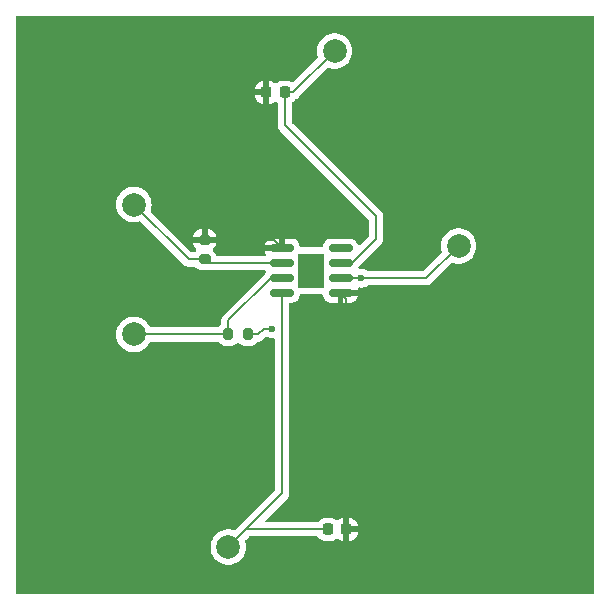
<source format=gbr>
%TF.GenerationSoftware,KiCad,Pcbnew,8.0.4*%
%TF.CreationDate,2024-08-13T18:30:55-04:00*%
%TF.ProjectId,op amp circuit,6f702061-6d70-4206-9369-72637569742e,rev?*%
%TF.SameCoordinates,Original*%
%TF.FileFunction,Copper,L1,Top*%
%TF.FilePolarity,Positive*%
%FSLAX46Y46*%
G04 Gerber Fmt 4.6, Leading zero omitted, Abs format (unit mm)*
G04 Created by KiCad (PCBNEW 8.0.4) date 2024-08-13 18:30:55*
%MOMM*%
%LPD*%
G01*
G04 APERTURE LIST*
G04 Aperture macros list*
%AMRoundRect*
0 Rectangle with rounded corners*
0 $1 Rounding radius*
0 $2 $3 $4 $5 $6 $7 $8 $9 X,Y pos of 4 corners*
0 Add a 4 corners polygon primitive as box body*
4,1,4,$2,$3,$4,$5,$6,$7,$8,$9,$2,$3,0*
0 Add four circle primitives for the rounded corners*
1,1,$1+$1,$2,$3*
1,1,$1+$1,$4,$5*
1,1,$1+$1,$6,$7*
1,1,$1+$1,$8,$9*
0 Add four rect primitives between the rounded corners*
20,1,$1+$1,$2,$3,$4,$5,0*
20,1,$1+$1,$4,$5,$6,$7,0*
20,1,$1+$1,$6,$7,$8,$9,0*
20,1,$1+$1,$8,$9,$2,$3,0*%
G04 Aperture macros list end*
%TA.AperFunction,SMDPad,CuDef*%
%ADD10RoundRect,0.200000X0.275000X-0.200000X0.275000X0.200000X-0.275000X0.200000X-0.275000X-0.200000X0*%
%TD*%
%TA.AperFunction,ComponentPad*%
%ADD11C,2.000000*%
%TD*%
%TA.AperFunction,SMDPad,CuDef*%
%ADD12RoundRect,0.225000X-0.225000X-0.250000X0.225000X-0.250000X0.225000X0.250000X-0.225000X0.250000X0*%
%TD*%
%TA.AperFunction,SMDPad,CuDef*%
%ADD13RoundRect,0.150000X-0.825000X-0.150000X0.825000X-0.150000X0.825000X0.150000X-0.825000X0.150000X0*%
%TD*%
%TA.AperFunction,HeatsinkPad*%
%ADD14R,2.290000X3.000000*%
%TD*%
%TA.AperFunction,SMDPad,CuDef*%
%ADD15RoundRect,0.200000X-0.200000X-0.275000X0.200000X-0.275000X0.200000X0.275000X-0.200000X0.275000X0*%
%TD*%
%TA.AperFunction,SMDPad,CuDef*%
%ADD16RoundRect,0.225000X0.225000X0.250000X-0.225000X0.250000X-0.225000X-0.250000X0.225000X-0.250000X0*%
%TD*%
%TA.AperFunction,ViaPad*%
%ADD17C,0.600000*%
%TD*%
%TA.AperFunction,Conductor*%
%ADD18C,0.200000*%
%TD*%
G04 APERTURE END LIST*
D10*
%TO.P,R1,1*%
%TO.N,Net-(U1--)*%
X116500000Y-121150000D03*
%TO.P,R1,2*%
%TO.N,GNDPWR*%
X116500000Y-119500000D03*
%TD*%
D11*
%TO.P,TP1,1,1*%
%TO.N,Net-(U1-V+)*%
X127500000Y-103500000D03*
%TD*%
D12*
%TO.P,C2,1*%
%TO.N,Net-(U1-V-)*%
X126950000Y-144000000D03*
%TO.P,C2,2*%
%TO.N,GNDPWR*%
X128500000Y-144000000D03*
%TD*%
D13*
%TO.P,U1,1,NULL*%
%TO.N,GNDPWR*%
X123050000Y-120190000D03*
%TO.P,U1,2,-*%
%TO.N,Net-(U1--)*%
X123050000Y-121460000D03*
%TO.P,U1,3,+*%
%TO.N,Net-(U1-+)*%
X123050000Y-122730000D03*
%TO.P,U1,4,V-*%
%TO.N,Net-(U1-V-)*%
X123050000Y-124000000D03*
%TO.P,U1,5,NULL*%
%TO.N,GNDPWR*%
X128000000Y-124000000D03*
%TO.P,U1,6*%
%TO.N,Net-(R2-Pad2)*%
X128000000Y-122730000D03*
%TO.P,U1,7,V+*%
%TO.N,Net-(U1-V+)*%
X128000000Y-121460000D03*
%TO.P,U1,8,NC*%
%TO.N,unconnected-(U1-NC-Pad8)*%
X128000000Y-120190000D03*
D14*
%TO.P,U1,9*%
%TO.N,N/C*%
X125525000Y-122095000D03*
%TD*%
D11*
%TO.P,TP5,1,1*%
%TO.N,Net-(R2-Pad2)*%
X138000000Y-120000000D03*
%TD*%
D15*
%TO.P,R2,1*%
%TO.N,Net-(U1-+)*%
X118500000Y-127500000D03*
%TO.P,R2,2*%
%TO.N,Net-(R2-Pad2)*%
X120150000Y-127500000D03*
%TD*%
D11*
%TO.P,TP2,1,1*%
%TO.N,Net-(U1-V-)*%
X118500000Y-145500000D03*
%TD*%
%TO.P,TP4,1,1*%
%TO.N,Net-(U1--)*%
X110500000Y-116500000D03*
%TD*%
D16*
%TO.P,C1,1*%
%TO.N,Net-(U1-V+)*%
X123275000Y-107000000D03*
%TO.P,C1,2*%
%TO.N,GNDPWR*%
X121725000Y-107000000D03*
%TD*%
D11*
%TO.P,TP3,1,1*%
%TO.N,Net-(U1-+)*%
X110500000Y-127500000D03*
%TD*%
D17*
%TO.N,GNDPWR*%
X128500000Y-118000000D03*
X128500000Y-126500000D03*
%TO.N,Net-(R2-Pad2)*%
X129770000Y-122730000D03*
X122200003Y-127000000D03*
%TD*%
D18*
%TO.N,GNDPWR*%
X128500000Y-124500000D02*
X128000000Y-124000000D01*
X121725000Y-118865000D02*
X122430000Y-119570000D01*
X128000000Y-117500000D02*
X128500000Y-118000000D01*
X128500000Y-144000000D02*
X128500000Y-124500000D01*
X116500000Y-119500000D02*
X122360000Y-119500000D01*
X122430000Y-119570000D02*
X123050000Y-120190000D01*
X122360000Y-119500000D02*
X122430000Y-119570000D01*
X121725000Y-117500000D02*
X128000000Y-117500000D01*
X121725000Y-107000000D02*
X121725000Y-117500000D01*
X121725000Y-117500000D02*
X121725000Y-118865000D01*
%TO.N,Net-(U1--)*%
X116000000Y-121150000D02*
X116500000Y-121150000D01*
X116000000Y-121150000D02*
X116310000Y-121460000D01*
X116310000Y-121460000D02*
X123050000Y-121460000D01*
X110500000Y-116500000D02*
X115150000Y-121150000D01*
X115150000Y-121150000D02*
X116000000Y-121150000D01*
%TO.N,Net-(R2-Pad2)*%
X131500000Y-122730000D02*
X135270000Y-122730000D01*
X135270000Y-122730000D02*
X138000000Y-120000000D01*
X121000000Y-127500000D02*
X121500000Y-127000000D01*
X121500000Y-127000000D02*
X122200003Y-127000000D01*
X128000000Y-122730000D02*
X131500000Y-122730000D01*
X120150000Y-127500000D02*
X121000000Y-127500000D01*
%TO.N,Net-(U1-+)*%
X118500000Y-126305001D02*
X122075001Y-122730000D01*
X118500000Y-127500000D02*
X118500000Y-126305001D01*
X122075001Y-122730000D02*
X123050000Y-122730000D01*
X118500000Y-127500000D02*
X110500000Y-127500000D01*
%TO.N,Net-(U1-V+)*%
X123275000Y-107000000D02*
X123275000Y-109775000D01*
X123275000Y-107000000D02*
X124000000Y-107000000D01*
X131000000Y-117500000D02*
X131000000Y-119434999D01*
X128974999Y-121460000D02*
X128000000Y-121460000D01*
X131000000Y-119434999D02*
X128974999Y-121460000D01*
X123275000Y-109775000D02*
X131000000Y-117500000D01*
X124000000Y-107000000D02*
X127500000Y-103500000D01*
%TO.N,Net-(U1-V-)*%
X123050000Y-124000000D02*
X123050000Y-140950000D01*
X123050000Y-140950000D02*
X118500000Y-145500000D01*
X126950000Y-144000000D02*
X120000000Y-144000000D01*
X120000000Y-144000000D02*
X118500000Y-145500000D01*
%TD*%
%TA.AperFunction,Conductor*%
%TO.N,GNDPWR*%
G36*
X149442539Y-100520185D02*
G01*
X149488294Y-100572989D01*
X149499500Y-100624500D01*
X149499500Y-149375500D01*
X149479815Y-149442539D01*
X149427011Y-149488294D01*
X149375500Y-149499500D01*
X100624500Y-149499500D01*
X100557461Y-149479815D01*
X100511706Y-149427011D01*
X100500500Y-149375500D01*
X100500500Y-116499994D01*
X108994357Y-116499994D01*
X108994357Y-116500005D01*
X109014890Y-116747812D01*
X109014892Y-116747824D01*
X109075936Y-116988881D01*
X109175826Y-117216606D01*
X109311833Y-117424782D01*
X109311836Y-117424785D01*
X109480256Y-117607738D01*
X109676491Y-117760474D01*
X109895190Y-117878828D01*
X110130386Y-117959571D01*
X110375665Y-118000500D01*
X110624335Y-118000500D01*
X110869608Y-117959572D01*
X110869607Y-117959572D01*
X110869614Y-117959571D01*
X110975607Y-117923182D01*
X111045402Y-117920033D01*
X111103548Y-117952783D01*
X114665139Y-121514374D01*
X114665149Y-121514385D01*
X114669479Y-121518715D01*
X114669480Y-121518716D01*
X114781284Y-121630520D01*
X114868095Y-121680639D01*
X114868097Y-121680641D01*
X114906151Y-121702611D01*
X114918215Y-121709577D01*
X115070943Y-121750500D01*
X115583480Y-121750500D01*
X115650519Y-121770185D01*
X115671161Y-121786819D01*
X115789811Y-121905469D01*
X115789813Y-121905470D01*
X115789815Y-121905472D01*
X115935394Y-121993478D01*
X116097804Y-122044086D01*
X116168384Y-122050500D01*
X116177297Y-122050500D01*
X116209388Y-122054724D01*
X116230942Y-122060500D01*
X116230943Y-122060500D01*
X121559093Y-122060500D01*
X121626132Y-122080185D01*
X121671887Y-122132989D01*
X121681831Y-122202147D01*
X121665825Y-122247621D01*
X121623253Y-122319605D01*
X121622798Y-122320658D01*
X121621511Y-122322551D01*
X121619285Y-122326316D01*
X121619048Y-122326176D01*
X121596702Y-122359062D01*
X121594501Y-122361264D01*
X121594481Y-122361284D01*
X118019481Y-125936283D01*
X118019480Y-125936285D01*
X117982983Y-125999500D01*
X117940423Y-126073216D01*
X117899499Y-126225944D01*
X117899499Y-126225946D01*
X117899499Y-126394047D01*
X117899500Y-126394060D01*
X117899500Y-126583480D01*
X117879815Y-126650519D01*
X117863181Y-126671161D01*
X117744531Y-126789810D01*
X117744530Y-126789811D01*
X117714402Y-126839650D01*
X117662874Y-126886838D01*
X117608285Y-126899500D01*
X111956116Y-126899500D01*
X111889077Y-126879815D01*
X111843322Y-126827011D01*
X111842560Y-126825311D01*
X111824172Y-126783391D01*
X111688166Y-126575217D01*
X111647381Y-126530913D01*
X111519744Y-126392262D01*
X111323509Y-126239526D01*
X111323507Y-126239525D01*
X111323506Y-126239524D01*
X111104811Y-126121172D01*
X111104802Y-126121169D01*
X110869616Y-126040429D01*
X110624335Y-125999500D01*
X110375665Y-125999500D01*
X110130383Y-126040429D01*
X109895197Y-126121169D01*
X109895188Y-126121172D01*
X109676493Y-126239524D01*
X109480257Y-126392261D01*
X109311833Y-126575217D01*
X109175826Y-126783393D01*
X109075936Y-127011118D01*
X109014892Y-127252175D01*
X109014890Y-127252187D01*
X108994357Y-127499994D01*
X108994357Y-127500005D01*
X109014890Y-127747812D01*
X109014892Y-127747824D01*
X109075936Y-127988881D01*
X109175825Y-128216604D01*
X109311833Y-128424782D01*
X109311836Y-128424785D01*
X109480256Y-128607738D01*
X109676491Y-128760474D01*
X109895190Y-128878828D01*
X110130386Y-128959571D01*
X110375665Y-129000500D01*
X110624335Y-129000500D01*
X110869614Y-128959571D01*
X111104810Y-128878828D01*
X111323509Y-128760474D01*
X111519744Y-128607738D01*
X111688164Y-128424785D01*
X111824173Y-128216607D01*
X111842560Y-128174689D01*
X111887517Y-128121204D01*
X111954253Y-128100514D01*
X111956116Y-128100500D01*
X117608285Y-128100500D01*
X117675324Y-128120185D01*
X117714402Y-128160350D01*
X117744530Y-128210188D01*
X117864811Y-128330469D01*
X117864813Y-128330470D01*
X117864815Y-128330472D01*
X118010394Y-128418478D01*
X118172804Y-128469086D01*
X118243384Y-128475500D01*
X118243387Y-128475500D01*
X118756613Y-128475500D01*
X118756616Y-128475500D01*
X118827196Y-128469086D01*
X118989606Y-128418478D01*
X119135185Y-128330472D01*
X119135189Y-128330468D01*
X119237319Y-128228339D01*
X119298642Y-128194854D01*
X119368334Y-128199838D01*
X119412681Y-128228339D01*
X119514811Y-128330469D01*
X119514813Y-128330470D01*
X119514815Y-128330472D01*
X119660394Y-128418478D01*
X119822804Y-128469086D01*
X119893384Y-128475500D01*
X119893387Y-128475500D01*
X120406613Y-128475500D01*
X120406616Y-128475500D01*
X120477196Y-128469086D01*
X120639606Y-128418478D01*
X120785185Y-128330472D01*
X120905472Y-128210185D01*
X120935599Y-128160350D01*
X120987127Y-128113163D01*
X121041715Y-128100501D01*
X121079054Y-128100501D01*
X121079057Y-128100501D01*
X121231785Y-128059577D01*
X121281904Y-128030639D01*
X121368716Y-127980520D01*
X121480520Y-127868716D01*
X121480521Y-127868714D01*
X121641132Y-127708102D01*
X121702453Y-127674619D01*
X121772145Y-127679603D01*
X121794784Y-127690792D01*
X121850478Y-127725788D01*
X122020748Y-127785368D01*
X122020753Y-127785369D01*
X122199999Y-127805565D01*
X122200003Y-127805565D01*
X122200005Y-127805565D01*
X122243559Y-127800657D01*
X122311617Y-127792989D01*
X122380438Y-127805043D01*
X122431817Y-127852392D01*
X122449500Y-127916209D01*
X122449500Y-140649902D01*
X122429815Y-140716941D01*
X122413181Y-140737583D01*
X119519478Y-143631286D01*
X119103548Y-144047215D01*
X119042225Y-144080700D01*
X118975604Y-144076815D01*
X118869616Y-144040429D01*
X118624335Y-143999500D01*
X118375665Y-143999500D01*
X118130383Y-144040429D01*
X117895197Y-144121169D01*
X117895188Y-144121172D01*
X117676493Y-144239524D01*
X117480257Y-144392261D01*
X117311833Y-144575217D01*
X117175826Y-144783393D01*
X117075936Y-145011118D01*
X117014892Y-145252175D01*
X117014890Y-145252187D01*
X116994357Y-145499994D01*
X116994357Y-145500005D01*
X117014890Y-145747812D01*
X117014892Y-145747824D01*
X117075936Y-145988881D01*
X117175826Y-146216606D01*
X117311833Y-146424782D01*
X117311836Y-146424785D01*
X117480256Y-146607738D01*
X117676491Y-146760474D01*
X117895190Y-146878828D01*
X118130386Y-146959571D01*
X118375665Y-147000500D01*
X118624335Y-147000500D01*
X118869614Y-146959571D01*
X119104810Y-146878828D01*
X119323509Y-146760474D01*
X119519744Y-146607738D01*
X119688164Y-146424785D01*
X119824173Y-146216607D01*
X119924063Y-145988881D01*
X119985108Y-145747821D01*
X120005643Y-145500000D01*
X119985108Y-145252179D01*
X119924063Y-145011119D01*
X119924062Y-145011118D01*
X119923992Y-145010839D01*
X119926616Y-144941018D01*
X119956512Y-144892721D01*
X120212417Y-144636816D01*
X120273739Y-144603334D01*
X120300097Y-144600500D01*
X126019575Y-144600500D01*
X126086614Y-144620185D01*
X126125113Y-144659402D01*
X126152031Y-144703043D01*
X126271955Y-144822967D01*
X126271959Y-144822970D01*
X126416294Y-144911998D01*
X126416297Y-144911999D01*
X126416303Y-144912003D01*
X126577292Y-144965349D01*
X126676655Y-144975500D01*
X127223344Y-144975499D01*
X127223352Y-144975498D01*
X127223355Y-144975498D01*
X127277760Y-144969940D01*
X127322708Y-144965349D01*
X127483697Y-144912003D01*
X127628044Y-144822968D01*
X127637668Y-144813343D01*
X127698987Y-144779856D01*
X127768679Y-144784835D01*
X127813034Y-144813339D01*
X127822267Y-144822572D01*
X127822271Y-144822575D01*
X127966507Y-144911542D01*
X127966518Y-144911547D01*
X128127393Y-144964855D01*
X128226683Y-144974999D01*
X128750000Y-144974999D01*
X128773308Y-144974999D01*
X128773322Y-144974998D01*
X128872607Y-144964855D01*
X129033481Y-144911547D01*
X129033492Y-144911542D01*
X129177728Y-144822575D01*
X129177732Y-144822572D01*
X129297572Y-144702732D01*
X129297575Y-144702728D01*
X129386542Y-144558492D01*
X129386547Y-144558481D01*
X129439855Y-144397606D01*
X129449999Y-144298322D01*
X129450000Y-144298309D01*
X129450000Y-144250000D01*
X128750000Y-144250000D01*
X128750000Y-144974999D01*
X128226683Y-144974999D01*
X128250000Y-144974998D01*
X128250000Y-143750000D01*
X128750000Y-143750000D01*
X129449999Y-143750000D01*
X129449999Y-143701692D01*
X129449998Y-143701677D01*
X129439855Y-143602392D01*
X129386547Y-143441518D01*
X129386542Y-143441507D01*
X129297575Y-143297271D01*
X129297572Y-143297267D01*
X129177732Y-143177427D01*
X129177728Y-143177424D01*
X129033492Y-143088457D01*
X129033481Y-143088452D01*
X128872606Y-143035144D01*
X128773322Y-143025000D01*
X128750000Y-143025000D01*
X128750000Y-143750000D01*
X128250000Y-143750000D01*
X128250000Y-143024999D01*
X128226693Y-143025000D01*
X128226674Y-143025001D01*
X128127392Y-143035144D01*
X127966518Y-143088452D01*
X127966507Y-143088457D01*
X127822271Y-143177424D01*
X127822265Y-143177428D01*
X127813031Y-143186663D01*
X127751707Y-143220146D01*
X127682015Y-143215159D01*
X127637672Y-143186660D01*
X127628044Y-143177032D01*
X127628040Y-143177029D01*
X127483705Y-143088001D01*
X127483699Y-143087998D01*
X127483697Y-143087997D01*
X127483694Y-143087996D01*
X127322709Y-143034651D01*
X127223346Y-143024500D01*
X126676662Y-143024500D01*
X126676644Y-143024501D01*
X126577292Y-143034650D01*
X126577289Y-143034651D01*
X126416305Y-143087996D01*
X126416294Y-143088001D01*
X126271959Y-143177029D01*
X126271955Y-143177032D01*
X126152031Y-143296956D01*
X126125113Y-143340598D01*
X126073165Y-143387322D01*
X126019575Y-143399500D01*
X121749098Y-143399500D01*
X121682059Y-143379815D01*
X121636304Y-143327011D01*
X121626360Y-143257853D01*
X121655385Y-143194297D01*
X121661417Y-143187819D01*
X121824736Y-143024500D01*
X123530520Y-141318716D01*
X123609577Y-141181784D01*
X123650501Y-141029057D01*
X123650501Y-140870942D01*
X123650501Y-140863347D01*
X123650500Y-140863329D01*
X123650500Y-124924500D01*
X123670185Y-124857461D01*
X123722989Y-124811706D01*
X123774500Y-124800500D01*
X123940686Y-124800500D01*
X123940694Y-124800500D01*
X123977569Y-124797598D01*
X123977571Y-124797597D01*
X123977573Y-124797597D01*
X124019191Y-124785505D01*
X124135398Y-124751744D01*
X124276865Y-124668081D01*
X124393081Y-124551865D01*
X124476744Y-124410398D01*
X124522598Y-124252569D01*
X124525500Y-124215694D01*
X124525500Y-124215672D01*
X124525541Y-124214643D01*
X124525595Y-124214481D01*
X124525691Y-124213267D01*
X124525996Y-124213291D01*
X124547836Y-124148426D01*
X124602391Y-124104774D01*
X124649446Y-124095499D01*
X126401056Y-124095499D01*
X126468095Y-124115184D01*
X126513850Y-124167988D01*
X126524624Y-124213229D01*
X126524809Y-124213215D01*
X126524901Y-124214393D01*
X126524961Y-124214642D01*
X126525000Y-124215647D01*
X126527899Y-124252489D01*
X126527900Y-124252495D01*
X126573716Y-124410193D01*
X126573717Y-124410196D01*
X126657314Y-124551552D01*
X126657321Y-124551561D01*
X126773438Y-124667678D01*
X126773447Y-124667685D01*
X126914803Y-124751282D01*
X126914806Y-124751283D01*
X127072504Y-124797099D01*
X127072510Y-124797100D01*
X127109350Y-124799999D01*
X127109366Y-124800000D01*
X127750000Y-124800000D01*
X128250000Y-124800000D01*
X128890634Y-124800000D01*
X128890649Y-124799999D01*
X128927489Y-124797100D01*
X128927495Y-124797099D01*
X129085193Y-124751283D01*
X129085196Y-124751282D01*
X129226552Y-124667685D01*
X129226561Y-124667678D01*
X129342678Y-124551561D01*
X129342685Y-124551552D01*
X129426281Y-124410198D01*
X129472100Y-124252486D01*
X129472295Y-124250001D01*
X129472295Y-124250000D01*
X128250000Y-124250000D01*
X128250000Y-124800000D01*
X127750000Y-124800000D01*
X127750000Y-123874000D01*
X127769685Y-123806961D01*
X127822489Y-123761206D01*
X127874000Y-123750000D01*
X129472295Y-123750000D01*
X129472295Y-123749998D01*
X129472100Y-123747511D01*
X129472099Y-123747505D01*
X129450238Y-123672260D01*
X129450437Y-123602391D01*
X129488379Y-123543721D01*
X129552017Y-123514877D01*
X129583640Y-123516229D01*
X129583825Y-123514589D01*
X129769996Y-123535565D01*
X129770000Y-123535565D01*
X129770004Y-123535565D01*
X129949249Y-123515369D01*
X129949252Y-123515368D01*
X129949255Y-123515368D01*
X130119522Y-123455789D01*
X130272262Y-123359816D01*
X130272267Y-123359810D01*
X130275097Y-123357555D01*
X130277275Y-123356665D01*
X130278158Y-123356111D01*
X130278255Y-123356265D01*
X130339783Y-123331145D01*
X130352412Y-123330500D01*
X131420943Y-123330500D01*
X135183331Y-123330500D01*
X135183347Y-123330501D01*
X135190943Y-123330501D01*
X135349054Y-123330501D01*
X135349057Y-123330501D01*
X135501785Y-123289577D01*
X135551904Y-123260639D01*
X135638716Y-123210520D01*
X135750520Y-123098716D01*
X135750520Y-123098714D01*
X135760728Y-123088507D01*
X135760730Y-123088504D01*
X137396452Y-121452781D01*
X137457773Y-121419298D01*
X137524392Y-121423182D01*
X137596350Y-121447886D01*
X137630385Y-121459571D01*
X137875665Y-121500500D01*
X138124335Y-121500500D01*
X138369614Y-121459571D01*
X138604810Y-121378828D01*
X138823509Y-121260474D01*
X139019744Y-121107738D01*
X139188164Y-120924785D01*
X139324173Y-120716607D01*
X139424063Y-120488881D01*
X139485108Y-120247821D01*
X139494467Y-120134877D01*
X139505643Y-120000005D01*
X139505643Y-119999994D01*
X139485109Y-119752187D01*
X139485107Y-119752175D01*
X139424063Y-119511118D01*
X139324173Y-119283393D01*
X139188166Y-119075217D01*
X139128684Y-119010603D01*
X139019744Y-118892262D01*
X138823509Y-118739526D01*
X138823507Y-118739525D01*
X138823506Y-118739524D01*
X138604811Y-118621172D01*
X138604802Y-118621169D01*
X138369616Y-118540429D01*
X138124335Y-118499500D01*
X137875665Y-118499500D01*
X137630383Y-118540429D01*
X137395197Y-118621169D01*
X137395188Y-118621172D01*
X137176493Y-118739524D01*
X136980257Y-118892261D01*
X136811833Y-119075217D01*
X136675826Y-119283393D01*
X136575936Y-119511118D01*
X136514892Y-119752175D01*
X136514890Y-119752187D01*
X136494357Y-119999994D01*
X136494357Y-120000005D01*
X136514890Y-120247812D01*
X136514892Y-120247824D01*
X136576007Y-120489160D01*
X136573382Y-120558980D01*
X136543482Y-120607281D01*
X135057584Y-122093181D01*
X134996261Y-122126666D01*
X134969903Y-122129500D01*
X130352412Y-122129500D01*
X130285373Y-122109815D01*
X130275097Y-122102445D01*
X130272263Y-122100185D01*
X130272262Y-122100184D01*
X130209104Y-122060499D01*
X130119523Y-122004211D01*
X129949254Y-121944631D01*
X129949249Y-121944630D01*
X129770004Y-121924435D01*
X129769995Y-121924435D01*
X129659852Y-121936844D01*
X129591031Y-121924789D01*
X129539652Y-121877439D01*
X129522028Y-121809829D01*
X129543755Y-121743423D01*
X129558284Y-121725948D01*
X131358506Y-119925727D01*
X131358511Y-119925723D01*
X131368714Y-119915519D01*
X131368716Y-119915519D01*
X131480520Y-119803715D01*
X131535685Y-119708165D01*
X131559577Y-119666784D01*
X131600501Y-119514056D01*
X131600501Y-119355942D01*
X131600501Y-119348347D01*
X131600500Y-119348329D01*
X131600500Y-117589060D01*
X131600501Y-117589047D01*
X131600501Y-117420944D01*
X131559576Y-117268214D01*
X131559573Y-117268209D01*
X131480524Y-117131290D01*
X131480518Y-117131282D01*
X123911819Y-109562583D01*
X123878334Y-109501260D01*
X123875500Y-109474902D01*
X123875500Y-107940004D01*
X123895185Y-107872965D01*
X123934403Y-107834465D01*
X123953044Y-107822968D01*
X124072968Y-107703044D01*
X124121674Y-107624077D01*
X124173620Y-107577354D01*
X124195107Y-107569404D01*
X124231785Y-107559577D01*
X124281904Y-107530639D01*
X124368716Y-107480520D01*
X124480520Y-107368716D01*
X124480520Y-107368714D01*
X124490728Y-107358507D01*
X124490730Y-107358504D01*
X126896452Y-104952781D01*
X126957773Y-104919298D01*
X127024392Y-104923182D01*
X127096350Y-104947886D01*
X127130385Y-104959571D01*
X127375665Y-105000500D01*
X127624335Y-105000500D01*
X127869614Y-104959571D01*
X128104810Y-104878828D01*
X128323509Y-104760474D01*
X128519744Y-104607738D01*
X128688164Y-104424785D01*
X128824173Y-104216607D01*
X128924063Y-103988881D01*
X128985108Y-103747821D01*
X129005643Y-103500000D01*
X128985108Y-103252179D01*
X128924063Y-103011119D01*
X128824173Y-102783393D01*
X128688166Y-102575217D01*
X128666557Y-102551744D01*
X128519744Y-102392262D01*
X128323509Y-102239526D01*
X128323507Y-102239525D01*
X128323506Y-102239524D01*
X128104811Y-102121172D01*
X128104802Y-102121169D01*
X127869616Y-102040429D01*
X127624335Y-101999500D01*
X127375665Y-101999500D01*
X127130383Y-102040429D01*
X126895197Y-102121169D01*
X126895188Y-102121172D01*
X126676493Y-102239524D01*
X126480257Y-102392261D01*
X126311833Y-102575217D01*
X126175826Y-102783393D01*
X126075936Y-103011118D01*
X126014892Y-103252175D01*
X126014890Y-103252187D01*
X125994357Y-103499994D01*
X125994357Y-103500005D01*
X126014890Y-103747812D01*
X126014892Y-103747824D01*
X126076007Y-103989160D01*
X126073382Y-104058980D01*
X126043482Y-104107281D01*
X124035169Y-106115594D01*
X123973846Y-106149079D01*
X123904154Y-106144095D01*
X123882392Y-106133452D01*
X123808703Y-106088000D01*
X123808698Y-106087998D01*
X123808697Y-106087997D01*
X123808694Y-106087996D01*
X123647709Y-106034651D01*
X123548346Y-106024500D01*
X123001662Y-106024500D01*
X123001644Y-106024501D01*
X122902292Y-106034650D01*
X122902289Y-106034651D01*
X122741305Y-106087996D01*
X122741294Y-106088001D01*
X122596959Y-106177029D01*
X122596953Y-106177033D01*
X122587324Y-106186663D01*
X122526000Y-106220146D01*
X122456308Y-106215159D01*
X122411965Y-106186660D01*
X122402732Y-106177427D01*
X122402728Y-106177424D01*
X122258492Y-106088457D01*
X122258481Y-106088452D01*
X122097606Y-106035144D01*
X121998322Y-106025000D01*
X121975000Y-106025000D01*
X121975000Y-107974999D01*
X121998308Y-107974999D01*
X121998322Y-107974998D01*
X122097607Y-107964855D01*
X122258481Y-107911547D01*
X122258492Y-107911542D01*
X122402731Y-107822573D01*
X122411959Y-107813345D01*
X122473279Y-107779856D01*
X122542971Y-107784835D01*
X122587327Y-107813339D01*
X122596956Y-107822968D01*
X122615596Y-107834465D01*
X122662321Y-107886412D01*
X122674500Y-107940004D01*
X122674500Y-109688330D01*
X122674499Y-109688348D01*
X122674499Y-109854054D01*
X122674498Y-109854054D01*
X122715423Y-110006785D01*
X122744358Y-110056900D01*
X122744359Y-110056904D01*
X122744360Y-110056904D01*
X122794479Y-110143714D01*
X122794481Y-110143717D01*
X122913349Y-110262585D01*
X122913355Y-110262590D01*
X130363181Y-117712416D01*
X130396666Y-117773739D01*
X130399500Y-117800097D01*
X130399500Y-119134902D01*
X130379815Y-119201941D01*
X130363181Y-119222583D01*
X129660420Y-119925343D01*
X129599097Y-119958828D01*
X129529405Y-119953844D01*
X129473472Y-119911972D01*
X129453663Y-119872259D01*
X129426744Y-119779602D01*
X129343081Y-119638135D01*
X129343079Y-119638133D01*
X129343076Y-119638129D01*
X129226870Y-119521923D01*
X129226862Y-119521917D01*
X129148681Y-119475681D01*
X129085398Y-119438256D01*
X129085397Y-119438255D01*
X129085396Y-119438255D01*
X129085393Y-119438254D01*
X128927573Y-119392402D01*
X128927567Y-119392401D01*
X128890701Y-119389500D01*
X128890694Y-119389500D01*
X127109306Y-119389500D01*
X127109298Y-119389500D01*
X127072432Y-119392401D01*
X127072426Y-119392402D01*
X126914606Y-119438254D01*
X126914603Y-119438255D01*
X126773137Y-119521917D01*
X126773129Y-119521923D01*
X126656923Y-119638129D01*
X126656917Y-119638137D01*
X126573255Y-119779603D01*
X126573254Y-119779606D01*
X126527402Y-119937426D01*
X126527401Y-119937432D01*
X126524500Y-119974300D01*
X126524459Y-119975357D01*
X126524404Y-119975518D01*
X126524309Y-119976733D01*
X126524003Y-119976708D01*
X126502164Y-120041574D01*
X126447608Y-120085225D01*
X126400554Y-120094500D01*
X124648944Y-120094500D01*
X124581905Y-120074815D01*
X124536150Y-120022011D01*
X124525375Y-119976770D01*
X124525191Y-119976785D01*
X124525098Y-119975606D01*
X124525039Y-119975358D01*
X124524999Y-119974352D01*
X124522100Y-119937510D01*
X124522099Y-119937504D01*
X124476283Y-119779806D01*
X124476282Y-119779803D01*
X124392685Y-119638447D01*
X124392678Y-119638438D01*
X124276561Y-119522321D01*
X124276552Y-119522314D01*
X124135196Y-119438717D01*
X124135193Y-119438716D01*
X123977495Y-119392900D01*
X123977489Y-119392899D01*
X123940649Y-119390000D01*
X123300000Y-119390000D01*
X123300000Y-120316000D01*
X123280315Y-120383039D01*
X123227511Y-120428794D01*
X123176000Y-120440000D01*
X121577705Y-120440000D01*
X121577704Y-120440001D01*
X121577899Y-120442486D01*
X121623718Y-120600198D01*
X121666406Y-120672379D01*
X121683589Y-120740103D01*
X121661429Y-120806365D01*
X121606963Y-120850129D01*
X121559674Y-120859500D01*
X117571762Y-120859500D01*
X117504723Y-120839815D01*
X117458968Y-120787011D01*
X117453379Y-120772399D01*
X117418478Y-120660394D01*
X117330472Y-120514815D01*
X117330470Y-120514813D01*
X117330469Y-120514811D01*
X117227984Y-120412326D01*
X117194499Y-120351003D01*
X117199483Y-120281311D01*
X117227985Y-120236963D01*
X117330071Y-120134878D01*
X117330072Y-120134877D01*
X117418019Y-119989395D01*
X117433412Y-119939998D01*
X121577704Y-119939998D01*
X121577705Y-119940000D01*
X122800000Y-119940000D01*
X122800000Y-119390000D01*
X122159350Y-119390000D01*
X122122510Y-119392899D01*
X122122504Y-119392900D01*
X121964806Y-119438716D01*
X121964803Y-119438717D01*
X121823447Y-119522314D01*
X121823438Y-119522321D01*
X121707321Y-119638438D01*
X121707314Y-119638447D01*
X121623718Y-119779801D01*
X121577899Y-119937513D01*
X121577704Y-119939998D01*
X117433412Y-119939998D01*
X117468590Y-119827106D01*
X117475000Y-119756572D01*
X117475000Y-119750000D01*
X115525001Y-119750000D01*
X115525001Y-119756582D01*
X115531408Y-119827102D01*
X115531409Y-119827107D01*
X115581981Y-119989396D01*
X115669927Y-120134877D01*
X115772015Y-120236965D01*
X115805500Y-120298288D01*
X115800516Y-120367980D01*
X115772015Y-120412327D01*
X115671161Y-120513181D01*
X115609838Y-120546666D01*
X115583480Y-120549500D01*
X115450097Y-120549500D01*
X115383058Y-120529815D01*
X115362416Y-120513181D01*
X114092662Y-119243427D01*
X115525000Y-119243427D01*
X115525000Y-119250000D01*
X116250000Y-119250000D01*
X116750000Y-119250000D01*
X117474999Y-119250000D01*
X117474999Y-119243417D01*
X117468591Y-119172897D01*
X117468590Y-119172892D01*
X117418018Y-119010603D01*
X117330072Y-118865122D01*
X117209877Y-118744927D01*
X117064395Y-118656980D01*
X117064396Y-118656980D01*
X116902105Y-118606409D01*
X116902106Y-118606409D01*
X116831572Y-118600000D01*
X116750000Y-118600000D01*
X116750000Y-119250000D01*
X116250000Y-119250000D01*
X116250000Y-118600000D01*
X116249999Y-118599999D01*
X116168417Y-118600000D01*
X116097897Y-118606408D01*
X116097892Y-118606409D01*
X115935603Y-118656981D01*
X115790122Y-118744927D01*
X115669927Y-118865122D01*
X115581980Y-119010604D01*
X115531409Y-119172893D01*
X115525000Y-119243427D01*
X114092662Y-119243427D01*
X111956516Y-117107281D01*
X111923031Y-117045958D01*
X111923992Y-116989159D01*
X111924061Y-116988884D01*
X111924063Y-116988881D01*
X111985108Y-116747821D01*
X112005643Y-116500000D01*
X111985108Y-116252179D01*
X111924063Y-116011119D01*
X111824173Y-115783393D01*
X111688166Y-115575217D01*
X111666557Y-115551744D01*
X111519744Y-115392262D01*
X111323509Y-115239526D01*
X111323507Y-115239525D01*
X111323506Y-115239524D01*
X111104811Y-115121172D01*
X111104802Y-115121169D01*
X110869616Y-115040429D01*
X110624335Y-114999500D01*
X110375665Y-114999500D01*
X110130383Y-115040429D01*
X109895197Y-115121169D01*
X109895188Y-115121172D01*
X109676493Y-115239524D01*
X109480257Y-115392261D01*
X109311833Y-115575217D01*
X109175826Y-115783393D01*
X109075936Y-116011118D01*
X109014892Y-116252175D01*
X109014890Y-116252187D01*
X108994357Y-116499994D01*
X100500500Y-116499994D01*
X100500500Y-107298322D01*
X120775001Y-107298322D01*
X120785144Y-107397607D01*
X120838452Y-107558481D01*
X120838457Y-107558492D01*
X120927424Y-107702728D01*
X120927427Y-107702732D01*
X121047267Y-107822572D01*
X121047271Y-107822575D01*
X121191507Y-107911542D01*
X121191518Y-107911547D01*
X121352393Y-107964855D01*
X121451683Y-107974999D01*
X121475000Y-107974998D01*
X121475000Y-107250000D01*
X120775001Y-107250000D01*
X120775001Y-107298322D01*
X100500500Y-107298322D01*
X100500500Y-106701677D01*
X120775000Y-106701677D01*
X120775000Y-106750000D01*
X121475000Y-106750000D01*
X121475000Y-106024999D01*
X121451693Y-106025000D01*
X121451674Y-106025001D01*
X121352392Y-106035144D01*
X121191518Y-106088452D01*
X121191507Y-106088457D01*
X121047271Y-106177424D01*
X121047267Y-106177427D01*
X120927427Y-106297267D01*
X120927424Y-106297271D01*
X120838457Y-106441507D01*
X120838452Y-106441518D01*
X120785144Y-106602393D01*
X120775000Y-106701677D01*
X100500500Y-106701677D01*
X100500500Y-100624500D01*
X100520185Y-100557461D01*
X100572989Y-100511706D01*
X100624500Y-100500500D01*
X149375500Y-100500500D01*
X149442539Y-100520185D01*
G37*
%TD.AperFunction*%
%TD*%
M02*

</source>
